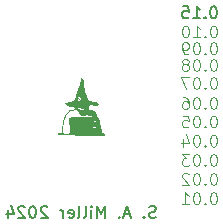
<source format=gbr>
%TF.GenerationSoftware,KiCad,Pcbnew,6.0.11+dfsg-1~bpo11+1*%
%TF.CreationDate,2024-04-13T17:17:30-04:00*%
%TF.ProjectId,Eye Chart,45796520-4368-4617-9274-2e6b69636164,rev?*%
%TF.SameCoordinates,Original*%
%TF.FileFunction,Legend,Bot*%
%TF.FilePolarity,Positive*%
%FSLAX46Y46*%
G04 Gerber Fmt 4.6, Leading zero omitted, Abs format (unit mm)*
G04 Created by KiCad (PCBNEW 6.0.11+dfsg-1~bpo11+1) date 2024-04-13 17:17:30*
%MOMM*%
%LPD*%
G01*
G04 APERTURE LIST*
%ADD10C,0.020000*%
%ADD11C,0.010000*%
%ADD12C,0.030000*%
%ADD13C,0.040000*%
%ADD14C,0.070000*%
%ADD15C,0.090000*%
%ADD16C,0.050000*%
%ADD17C,0.060000*%
%ADD18C,0.080000*%
%ADD19C,0.100000*%
%ADD20C,0.150000*%
G04 APERTURE END LIST*
D10*
X111238095Y-105675180D02*
X111142857Y-105675180D01*
X111047619Y-105722800D01*
X111000000Y-105770419D01*
X110952380Y-105865657D01*
X110904761Y-106056133D01*
X110904761Y-106294228D01*
X110952380Y-106484704D01*
X111000000Y-106579942D01*
X111047619Y-106627561D01*
X111142857Y-106675180D01*
X111238095Y-106675180D01*
X111333333Y-106627561D01*
X111380952Y-106579942D01*
X111428571Y-106484704D01*
X111476190Y-106294228D01*
X111476190Y-106056133D01*
X111428571Y-105865657D01*
X111380952Y-105770419D01*
X111333333Y-105722800D01*
X111238095Y-105675180D01*
X110476190Y-106579942D02*
X110428571Y-106627561D01*
X110476190Y-106675180D01*
X110523809Y-106627561D01*
X110476190Y-106579942D01*
X110476190Y-106675180D01*
X109809523Y-105675180D02*
X109714285Y-105675180D01*
X109619047Y-105722800D01*
X109571428Y-105770419D01*
X109523809Y-105865657D01*
X109476190Y-106056133D01*
X109476190Y-106294228D01*
X109523809Y-106484704D01*
X109571428Y-106579942D01*
X109619047Y-106627561D01*
X109714285Y-106675180D01*
X109809523Y-106675180D01*
X109904761Y-106627561D01*
X109952380Y-106579942D01*
X110000000Y-106484704D01*
X110047619Y-106294228D01*
X110047619Y-106056133D01*
X110000000Y-105865657D01*
X109952380Y-105770419D01*
X109904761Y-105722800D01*
X109809523Y-105675180D01*
X109095238Y-105770419D02*
X109047619Y-105722800D01*
X108952380Y-105675180D01*
X108714285Y-105675180D01*
X108619047Y-105722800D01*
X108571428Y-105770419D01*
X108523809Y-105865657D01*
X108523809Y-105960895D01*
X108571428Y-106103752D01*
X109142857Y-106675180D01*
X108523809Y-106675180D01*
D11*
X111238095Y-107300780D02*
X111142857Y-107300780D01*
X111047619Y-107348400D01*
X111000000Y-107396019D01*
X110952380Y-107491257D01*
X110904761Y-107681733D01*
X110904761Y-107919828D01*
X110952380Y-108110304D01*
X111000000Y-108205542D01*
X111047619Y-108253161D01*
X111142857Y-108300780D01*
X111238095Y-108300780D01*
X111333333Y-108253161D01*
X111380952Y-108205542D01*
X111428571Y-108110304D01*
X111476190Y-107919828D01*
X111476190Y-107681733D01*
X111428571Y-107491257D01*
X111380952Y-107396019D01*
X111333333Y-107348400D01*
X111238095Y-107300780D01*
X110476190Y-108205542D02*
X110428571Y-108253161D01*
X110476190Y-108300780D01*
X110523809Y-108253161D01*
X110476190Y-108205542D01*
X110476190Y-108300780D01*
X109809523Y-107300780D02*
X109714285Y-107300780D01*
X109619047Y-107348400D01*
X109571428Y-107396019D01*
X109523809Y-107491257D01*
X109476190Y-107681733D01*
X109476190Y-107919828D01*
X109523809Y-108110304D01*
X109571428Y-108205542D01*
X109619047Y-108253161D01*
X109714285Y-108300780D01*
X109809523Y-108300780D01*
X109904761Y-108253161D01*
X109952380Y-108205542D01*
X110000000Y-108110304D01*
X110047619Y-107919828D01*
X110047619Y-107681733D01*
X110000000Y-107491257D01*
X109952380Y-107396019D01*
X109904761Y-107348400D01*
X109809523Y-107300780D01*
X108523809Y-108300780D02*
X109095238Y-108300780D01*
X108809523Y-108300780D02*
X108809523Y-107300780D01*
X108904761Y-107443638D01*
X109000000Y-107538876D01*
X109095238Y-107586495D01*
D12*
X111238095Y-104049580D02*
X111142857Y-104049580D01*
X111047619Y-104097200D01*
X111000000Y-104144819D01*
X110952380Y-104240057D01*
X110904761Y-104430533D01*
X110904761Y-104668628D01*
X110952380Y-104859104D01*
X111000000Y-104954342D01*
X111047619Y-105001961D01*
X111142857Y-105049580D01*
X111238095Y-105049580D01*
X111333333Y-105001961D01*
X111380952Y-104954342D01*
X111428571Y-104859104D01*
X111476190Y-104668628D01*
X111476190Y-104430533D01*
X111428571Y-104240057D01*
X111380952Y-104144819D01*
X111333333Y-104097200D01*
X111238095Y-104049580D01*
X110476190Y-104954342D02*
X110428571Y-105001961D01*
X110476190Y-105049580D01*
X110523809Y-105001961D01*
X110476190Y-104954342D01*
X110476190Y-105049580D01*
X109809523Y-104049580D02*
X109714285Y-104049580D01*
X109619047Y-104097200D01*
X109571428Y-104144819D01*
X109523809Y-104240057D01*
X109476190Y-104430533D01*
X109476190Y-104668628D01*
X109523809Y-104859104D01*
X109571428Y-104954342D01*
X109619047Y-105001961D01*
X109714285Y-105049580D01*
X109809523Y-105049580D01*
X109904761Y-105001961D01*
X109952380Y-104954342D01*
X110000000Y-104859104D01*
X110047619Y-104668628D01*
X110047619Y-104430533D01*
X110000000Y-104240057D01*
X109952380Y-104144819D01*
X109904761Y-104097200D01*
X109809523Y-104049580D01*
X109142857Y-104049580D02*
X108523809Y-104049580D01*
X108857142Y-104430533D01*
X108714285Y-104430533D01*
X108619047Y-104478152D01*
X108571428Y-104525771D01*
X108523809Y-104621009D01*
X108523809Y-104859104D01*
X108571428Y-104954342D01*
X108619047Y-105001961D01*
X108714285Y-105049580D01*
X109000000Y-105049580D01*
X109095238Y-105001961D01*
X109142857Y-104954342D01*
D13*
X111238095Y-102423980D02*
X111142857Y-102423980D01*
X111047619Y-102471600D01*
X111000000Y-102519219D01*
X110952380Y-102614457D01*
X110904761Y-102804933D01*
X110904761Y-103043028D01*
X110952380Y-103233504D01*
X111000000Y-103328742D01*
X111047619Y-103376361D01*
X111142857Y-103423980D01*
X111238095Y-103423980D01*
X111333333Y-103376361D01*
X111380952Y-103328742D01*
X111428571Y-103233504D01*
X111476190Y-103043028D01*
X111476190Y-102804933D01*
X111428571Y-102614457D01*
X111380952Y-102519219D01*
X111333333Y-102471600D01*
X111238095Y-102423980D01*
X110476190Y-103328742D02*
X110428571Y-103376361D01*
X110476190Y-103423980D01*
X110523809Y-103376361D01*
X110476190Y-103328742D01*
X110476190Y-103423980D01*
X109809523Y-102423980D02*
X109714285Y-102423980D01*
X109619047Y-102471600D01*
X109571428Y-102519219D01*
X109523809Y-102614457D01*
X109476190Y-102804933D01*
X109476190Y-103043028D01*
X109523809Y-103233504D01*
X109571428Y-103328742D01*
X109619047Y-103376361D01*
X109714285Y-103423980D01*
X109809523Y-103423980D01*
X109904761Y-103376361D01*
X109952380Y-103328742D01*
X110000000Y-103233504D01*
X110047619Y-103043028D01*
X110047619Y-102804933D01*
X110000000Y-102614457D01*
X109952380Y-102519219D01*
X109904761Y-102471600D01*
X109809523Y-102423980D01*
X108619047Y-102757314D02*
X108619047Y-103423980D01*
X108857142Y-102376361D02*
X109095238Y-103090647D01*
X108476190Y-103090647D01*
D14*
X111238095Y-97547180D02*
X111142857Y-97547180D01*
X111047619Y-97594800D01*
X111000000Y-97642419D01*
X110952380Y-97737657D01*
X110904761Y-97928133D01*
X110904761Y-98166228D01*
X110952380Y-98356704D01*
X111000000Y-98451942D01*
X111047619Y-98499561D01*
X111142857Y-98547180D01*
X111238095Y-98547180D01*
X111333333Y-98499561D01*
X111380952Y-98451942D01*
X111428571Y-98356704D01*
X111476190Y-98166228D01*
X111476190Y-97928133D01*
X111428571Y-97737657D01*
X111380952Y-97642419D01*
X111333333Y-97594800D01*
X111238095Y-97547180D01*
X110476190Y-98451942D02*
X110428571Y-98499561D01*
X110476190Y-98547180D01*
X110523809Y-98499561D01*
X110476190Y-98451942D01*
X110476190Y-98547180D01*
X109809523Y-97547180D02*
X109714285Y-97547180D01*
X109619047Y-97594800D01*
X109571428Y-97642419D01*
X109523809Y-97737657D01*
X109476190Y-97928133D01*
X109476190Y-98166228D01*
X109523809Y-98356704D01*
X109571428Y-98451942D01*
X109619047Y-98499561D01*
X109714285Y-98547180D01*
X109809523Y-98547180D01*
X109904761Y-98499561D01*
X109952380Y-98451942D01*
X110000000Y-98356704D01*
X110047619Y-98166228D01*
X110047619Y-97928133D01*
X110000000Y-97737657D01*
X109952380Y-97642419D01*
X109904761Y-97594800D01*
X109809523Y-97547180D01*
X109142857Y-97547180D02*
X108476190Y-97547180D01*
X108904761Y-98547180D01*
D15*
X111238095Y-94600780D02*
X111142857Y-94600780D01*
X111047619Y-94648400D01*
X111000000Y-94696019D01*
X110952380Y-94791257D01*
X110904761Y-94981733D01*
X110904761Y-95219828D01*
X110952380Y-95410304D01*
X111000000Y-95505542D01*
X111047619Y-95553161D01*
X111142857Y-95600780D01*
X111238095Y-95600780D01*
X111333333Y-95553161D01*
X111380952Y-95505542D01*
X111428571Y-95410304D01*
X111476190Y-95219828D01*
X111476190Y-94981733D01*
X111428571Y-94791257D01*
X111380952Y-94696019D01*
X111333333Y-94648400D01*
X111238095Y-94600780D01*
X110476190Y-95505542D02*
X110428571Y-95553161D01*
X110476190Y-95600780D01*
X110523809Y-95553161D01*
X110476190Y-95505542D01*
X110476190Y-95600780D01*
X109809523Y-94600780D02*
X109714285Y-94600780D01*
X109619047Y-94648400D01*
X109571428Y-94696019D01*
X109523809Y-94791257D01*
X109476190Y-94981733D01*
X109476190Y-95219828D01*
X109523809Y-95410304D01*
X109571428Y-95505542D01*
X109619047Y-95553161D01*
X109714285Y-95600780D01*
X109809523Y-95600780D01*
X109904761Y-95553161D01*
X109952380Y-95505542D01*
X110000000Y-95410304D01*
X110047619Y-95219828D01*
X110047619Y-94981733D01*
X110000000Y-94791257D01*
X109952380Y-94696019D01*
X109904761Y-94648400D01*
X109809523Y-94600780D01*
X109000000Y-95600780D02*
X108809523Y-95600780D01*
X108714285Y-95553161D01*
X108666666Y-95505542D01*
X108571428Y-95362685D01*
X108523809Y-95172209D01*
X108523809Y-94791257D01*
X108571428Y-94696019D01*
X108619047Y-94648400D01*
X108714285Y-94600780D01*
X108904761Y-94600780D01*
X109000000Y-94648400D01*
X109047619Y-94696019D01*
X109095238Y-94791257D01*
X109095238Y-95029352D01*
X109047619Y-95124590D01*
X109000000Y-95172209D01*
X108904761Y-95219828D01*
X108714285Y-95219828D01*
X108619047Y-95172209D01*
X108571428Y-95124590D01*
X108523809Y-95029352D01*
D16*
X111238095Y-100798380D02*
X111142857Y-100798380D01*
X111047619Y-100846000D01*
X111000000Y-100893619D01*
X110952380Y-100988857D01*
X110904761Y-101179333D01*
X110904761Y-101417428D01*
X110952380Y-101607904D01*
X111000000Y-101703142D01*
X111047619Y-101750761D01*
X111142857Y-101798380D01*
X111238095Y-101798380D01*
X111333333Y-101750761D01*
X111380952Y-101703142D01*
X111428571Y-101607904D01*
X111476190Y-101417428D01*
X111476190Y-101179333D01*
X111428571Y-100988857D01*
X111380952Y-100893619D01*
X111333333Y-100846000D01*
X111238095Y-100798380D01*
X110476190Y-101703142D02*
X110428571Y-101750761D01*
X110476190Y-101798380D01*
X110523809Y-101750761D01*
X110476190Y-101703142D01*
X110476190Y-101798380D01*
X109809523Y-100798380D02*
X109714285Y-100798380D01*
X109619047Y-100846000D01*
X109571428Y-100893619D01*
X109523809Y-100988857D01*
X109476190Y-101179333D01*
X109476190Y-101417428D01*
X109523809Y-101607904D01*
X109571428Y-101703142D01*
X109619047Y-101750761D01*
X109714285Y-101798380D01*
X109809523Y-101798380D01*
X109904761Y-101750761D01*
X109952380Y-101703142D01*
X110000000Y-101607904D01*
X110047619Y-101417428D01*
X110047619Y-101179333D01*
X110000000Y-100988857D01*
X109952380Y-100893619D01*
X109904761Y-100846000D01*
X109809523Y-100798380D01*
X108571428Y-100798380D02*
X109047619Y-100798380D01*
X109095238Y-101274571D01*
X109047619Y-101226952D01*
X108952380Y-101179333D01*
X108714285Y-101179333D01*
X108619047Y-101226952D01*
X108571428Y-101274571D01*
X108523809Y-101369809D01*
X108523809Y-101607904D01*
X108571428Y-101703142D01*
X108619047Y-101750761D01*
X108714285Y-101798380D01*
X108952380Y-101798380D01*
X109047619Y-101750761D01*
X109095238Y-101703142D01*
D17*
X111238095Y-99223580D02*
X111142857Y-99223580D01*
X111047619Y-99271200D01*
X111000000Y-99318819D01*
X110952380Y-99414057D01*
X110904761Y-99604533D01*
X110904761Y-99842628D01*
X110952380Y-100033104D01*
X111000000Y-100128342D01*
X111047619Y-100175961D01*
X111142857Y-100223580D01*
X111238095Y-100223580D01*
X111333333Y-100175961D01*
X111380952Y-100128342D01*
X111428571Y-100033104D01*
X111476190Y-99842628D01*
X111476190Y-99604533D01*
X111428571Y-99414057D01*
X111380952Y-99318819D01*
X111333333Y-99271200D01*
X111238095Y-99223580D01*
X110476190Y-100128342D02*
X110428571Y-100175961D01*
X110476190Y-100223580D01*
X110523809Y-100175961D01*
X110476190Y-100128342D01*
X110476190Y-100223580D01*
X109809523Y-99223580D02*
X109714285Y-99223580D01*
X109619047Y-99271200D01*
X109571428Y-99318819D01*
X109523809Y-99414057D01*
X109476190Y-99604533D01*
X109476190Y-99842628D01*
X109523809Y-100033104D01*
X109571428Y-100128342D01*
X109619047Y-100175961D01*
X109714285Y-100223580D01*
X109809523Y-100223580D01*
X109904761Y-100175961D01*
X109952380Y-100128342D01*
X110000000Y-100033104D01*
X110047619Y-99842628D01*
X110047619Y-99604533D01*
X110000000Y-99414057D01*
X109952380Y-99318819D01*
X109904761Y-99271200D01*
X109809523Y-99223580D01*
X108619047Y-99223580D02*
X108809523Y-99223580D01*
X108904761Y-99271200D01*
X108952380Y-99318819D01*
X109047619Y-99461676D01*
X109095238Y-99652152D01*
X109095238Y-100033104D01*
X109047619Y-100128342D01*
X109000000Y-100175961D01*
X108904761Y-100223580D01*
X108714285Y-100223580D01*
X108619047Y-100175961D01*
X108571428Y-100128342D01*
X108523809Y-100033104D01*
X108523809Y-99795009D01*
X108571428Y-99699771D01*
X108619047Y-99652152D01*
X108714285Y-99604533D01*
X108904761Y-99604533D01*
X109000000Y-99652152D01*
X109047619Y-99699771D01*
X109095238Y-99795009D01*
D18*
X111238095Y-96023180D02*
X111142857Y-96023180D01*
X111047619Y-96070800D01*
X111000000Y-96118419D01*
X110952380Y-96213657D01*
X110904761Y-96404133D01*
X110904761Y-96642228D01*
X110952380Y-96832704D01*
X111000000Y-96927942D01*
X111047619Y-96975561D01*
X111142857Y-97023180D01*
X111238095Y-97023180D01*
X111333333Y-96975561D01*
X111380952Y-96927942D01*
X111428571Y-96832704D01*
X111476190Y-96642228D01*
X111476190Y-96404133D01*
X111428571Y-96213657D01*
X111380952Y-96118419D01*
X111333333Y-96070800D01*
X111238095Y-96023180D01*
X110476190Y-96927942D02*
X110428571Y-96975561D01*
X110476190Y-97023180D01*
X110523809Y-96975561D01*
X110476190Y-96927942D01*
X110476190Y-97023180D01*
X109809523Y-96023180D02*
X109714285Y-96023180D01*
X109619047Y-96070800D01*
X109571428Y-96118419D01*
X109523809Y-96213657D01*
X109476190Y-96404133D01*
X109476190Y-96642228D01*
X109523809Y-96832704D01*
X109571428Y-96927942D01*
X109619047Y-96975561D01*
X109714285Y-97023180D01*
X109809523Y-97023180D01*
X109904761Y-96975561D01*
X109952380Y-96927942D01*
X110000000Y-96832704D01*
X110047619Y-96642228D01*
X110047619Y-96404133D01*
X110000000Y-96213657D01*
X109952380Y-96118419D01*
X109904761Y-96070800D01*
X109809523Y-96023180D01*
X108904761Y-96451752D02*
X109000000Y-96404133D01*
X109047619Y-96356514D01*
X109095238Y-96261276D01*
X109095238Y-96213657D01*
X109047619Y-96118419D01*
X109000000Y-96070800D01*
X108904761Y-96023180D01*
X108714285Y-96023180D01*
X108619047Y-96070800D01*
X108571428Y-96118419D01*
X108523809Y-96213657D01*
X108523809Y-96261276D01*
X108571428Y-96356514D01*
X108619047Y-96404133D01*
X108714285Y-96451752D01*
X108904761Y-96451752D01*
X109000000Y-96499371D01*
X109047619Y-96546990D01*
X109095238Y-96642228D01*
X109095238Y-96832704D01*
X109047619Y-96927942D01*
X109000000Y-96975561D01*
X108904761Y-97023180D01*
X108714285Y-97023180D01*
X108619047Y-96975561D01*
X108571428Y-96927942D01*
X108523809Y-96832704D01*
X108523809Y-96642228D01*
X108571428Y-96546990D01*
X108619047Y-96499371D01*
X108714285Y-96451752D01*
D19*
X111238095Y-93178380D02*
X111142857Y-93178380D01*
X111047619Y-93226000D01*
X111000000Y-93273619D01*
X110952380Y-93368857D01*
X110904761Y-93559333D01*
X110904761Y-93797428D01*
X110952380Y-93987904D01*
X111000000Y-94083142D01*
X111047619Y-94130761D01*
X111142857Y-94178380D01*
X111238095Y-94178380D01*
X111333333Y-94130761D01*
X111380952Y-94083142D01*
X111428571Y-93987904D01*
X111476190Y-93797428D01*
X111476190Y-93559333D01*
X111428571Y-93368857D01*
X111380952Y-93273619D01*
X111333333Y-93226000D01*
X111238095Y-93178380D01*
X110476190Y-94083142D02*
X110428571Y-94130761D01*
X110476190Y-94178380D01*
X110523809Y-94130761D01*
X110476190Y-94083142D01*
X110476190Y-94178380D01*
X109476190Y-94178380D02*
X110047619Y-94178380D01*
X109761904Y-94178380D02*
X109761904Y-93178380D01*
X109857142Y-93321238D01*
X109952380Y-93416476D01*
X110047619Y-93464095D01*
X108857142Y-93178380D02*
X108761904Y-93178380D01*
X108666666Y-93226000D01*
X108619047Y-93273619D01*
X108571428Y-93368857D01*
X108523809Y-93559333D01*
X108523809Y-93797428D01*
X108571428Y-93987904D01*
X108619047Y-94083142D01*
X108666666Y-94130761D01*
X108761904Y-94178380D01*
X108857142Y-94178380D01*
X108952380Y-94130761D01*
X109000000Y-94083142D01*
X109047619Y-93987904D01*
X109095238Y-93797428D01*
X109095238Y-93559333D01*
X109047619Y-93368857D01*
X109000000Y-93273619D01*
X108952380Y-93226000D01*
X108857142Y-93178380D01*
D20*
X111238095Y-91552780D02*
X111142857Y-91552780D01*
X111047619Y-91600400D01*
X111000000Y-91648019D01*
X110952380Y-91743257D01*
X110904761Y-91933733D01*
X110904761Y-92171828D01*
X110952380Y-92362304D01*
X111000000Y-92457542D01*
X111047619Y-92505161D01*
X111142857Y-92552780D01*
X111238095Y-92552780D01*
X111333333Y-92505161D01*
X111380952Y-92457542D01*
X111428571Y-92362304D01*
X111476190Y-92171828D01*
X111476190Y-91933733D01*
X111428571Y-91743257D01*
X111380952Y-91648019D01*
X111333333Y-91600400D01*
X111238095Y-91552780D01*
X110476190Y-92457542D02*
X110428571Y-92505161D01*
X110476190Y-92552780D01*
X110523809Y-92505161D01*
X110476190Y-92457542D01*
X110476190Y-92552780D01*
X109476190Y-92552780D02*
X110047619Y-92552780D01*
X109761904Y-92552780D02*
X109761904Y-91552780D01*
X109857142Y-91695638D01*
X109952380Y-91790876D01*
X110047619Y-91838495D01*
X108571428Y-91552780D02*
X109047619Y-91552780D01*
X109095238Y-92028971D01*
X109047619Y-91981352D01*
X108952380Y-91933733D01*
X108714285Y-91933733D01*
X108619047Y-91981352D01*
X108571428Y-92028971D01*
X108523809Y-92124209D01*
X108523809Y-92362304D01*
X108571428Y-92457542D01*
X108619047Y-92505161D01*
X108714285Y-92552780D01*
X108952380Y-92552780D01*
X109047619Y-92505161D01*
X109095238Y-92457542D01*
X106309523Y-109404761D02*
X106166666Y-109452380D01*
X105928571Y-109452380D01*
X105833333Y-109404761D01*
X105785714Y-109357142D01*
X105738095Y-109261904D01*
X105738095Y-109166666D01*
X105785714Y-109071428D01*
X105833333Y-109023809D01*
X105928571Y-108976190D01*
X106119047Y-108928571D01*
X106214285Y-108880952D01*
X106261904Y-108833333D01*
X106309523Y-108738095D01*
X106309523Y-108642857D01*
X106261904Y-108547619D01*
X106214285Y-108500000D01*
X106119047Y-108452380D01*
X105880952Y-108452380D01*
X105738095Y-108500000D01*
X105309523Y-109357142D02*
X105261904Y-109404761D01*
X105309523Y-109452380D01*
X105357142Y-109404761D01*
X105309523Y-109357142D01*
X105309523Y-109452380D01*
X104119047Y-109166666D02*
X103642857Y-109166666D01*
X104214285Y-109452380D02*
X103880952Y-108452380D01*
X103547619Y-109452380D01*
X103214285Y-109357142D02*
X103166666Y-109404761D01*
X103214285Y-109452380D01*
X103261904Y-109404761D01*
X103214285Y-109357142D01*
X103214285Y-109452380D01*
X101976190Y-109452380D02*
X101976190Y-108452380D01*
X101642857Y-109166666D01*
X101309523Y-108452380D01*
X101309523Y-109452380D01*
X100833333Y-109452380D02*
X100833333Y-108785714D01*
X100833333Y-108452380D02*
X100880952Y-108500000D01*
X100833333Y-108547619D01*
X100785714Y-108500000D01*
X100833333Y-108452380D01*
X100833333Y-108547619D01*
X100214285Y-109452380D02*
X100309523Y-109404761D01*
X100357142Y-109309523D01*
X100357142Y-108452380D01*
X99690476Y-109452380D02*
X99785714Y-109404761D01*
X99833333Y-109309523D01*
X99833333Y-108452380D01*
X98928571Y-109404761D02*
X99023809Y-109452380D01*
X99214285Y-109452380D01*
X99309523Y-109404761D01*
X99357142Y-109309523D01*
X99357142Y-108928571D01*
X99309523Y-108833333D01*
X99214285Y-108785714D01*
X99023809Y-108785714D01*
X98928571Y-108833333D01*
X98880952Y-108928571D01*
X98880952Y-109023809D01*
X99357142Y-109119047D01*
X98452380Y-109452380D02*
X98452380Y-108785714D01*
X98452380Y-108976190D02*
X98404761Y-108880952D01*
X98357142Y-108833333D01*
X98261904Y-108785714D01*
X98166666Y-108785714D01*
X97119047Y-108547619D02*
X97071428Y-108500000D01*
X96976190Y-108452380D01*
X96738095Y-108452380D01*
X96642857Y-108500000D01*
X96595238Y-108547619D01*
X96547619Y-108642857D01*
X96547619Y-108738095D01*
X96595238Y-108880952D01*
X97166666Y-109452380D01*
X96547619Y-109452380D01*
X95928571Y-108452380D02*
X95833333Y-108452380D01*
X95738095Y-108500000D01*
X95690476Y-108547619D01*
X95642857Y-108642857D01*
X95595238Y-108833333D01*
X95595238Y-109071428D01*
X95642857Y-109261904D01*
X95690476Y-109357142D01*
X95738095Y-109404761D01*
X95833333Y-109452380D01*
X95928571Y-109452380D01*
X96023809Y-109404761D01*
X96071428Y-109357142D01*
X96119047Y-109261904D01*
X96166666Y-109071428D01*
X96166666Y-108833333D01*
X96119047Y-108642857D01*
X96071428Y-108547619D01*
X96023809Y-108500000D01*
X95928571Y-108452380D01*
X95214285Y-108547619D02*
X95166666Y-108500000D01*
X95071428Y-108452380D01*
X94833333Y-108452380D01*
X94738095Y-108500000D01*
X94690476Y-108547619D01*
X94642857Y-108642857D01*
X94642857Y-108738095D01*
X94690476Y-108880952D01*
X95261904Y-109452380D01*
X94642857Y-109452380D01*
X93785714Y-108785714D02*
X93785714Y-109452380D01*
X94023809Y-108404761D02*
X94261904Y-109119047D01*
X93642857Y-109119047D01*
%TO.C,G\u002A\u002A\u002A*%
G36*
X99040000Y-100900000D02*
G01*
X99020000Y-100920000D01*
X99000000Y-100900000D01*
X99020000Y-100880000D01*
X99040000Y-100900000D01*
G37*
G36*
X99040000Y-100740000D02*
G01*
X99020000Y-100760000D01*
X99000000Y-100740000D01*
X99020000Y-100720000D01*
X99040000Y-100740000D01*
G37*
G36*
X100487500Y-100812675D02*
G01*
X100506015Y-100827073D01*
X100463334Y-100836842D01*
X100422763Y-100834013D01*
X100410834Y-100815833D01*
X100424985Y-100807906D01*
X100487500Y-100812675D01*
G37*
G36*
X99896829Y-99363140D02*
G01*
X99900000Y-99400000D01*
X99891791Y-99411970D01*
X99857640Y-99440000D01*
X99853648Y-99438960D01*
X99840000Y-99400000D01*
X99841628Y-99389036D01*
X99882361Y-99360000D01*
X99896829Y-99363140D01*
G37*
G36*
X98880000Y-101380000D02*
G01*
X98860000Y-101400000D01*
X98840000Y-101380000D01*
X98860000Y-101360000D01*
X98880000Y-101380000D01*
G37*
G36*
X100749083Y-99550436D02*
G01*
X100809477Y-99585068D01*
X100953815Y-99627295D01*
X101160000Y-99663742D01*
X101239178Y-99677233D01*
X101380244Y-99716395D01*
X101456880Y-99769422D01*
X101480001Y-99842407D01*
X101479764Y-99850257D01*
X101469206Y-99870436D01*
X101457225Y-99893333D01*
X101447243Y-99912411D01*
X101350000Y-99949450D01*
X101341370Y-99951255D01*
X101249060Y-99968303D01*
X101200000Y-99973334D01*
X101163482Y-99968764D01*
X101067008Y-99957851D01*
X100935278Y-99943495D01*
X100890647Y-99938740D01*
X100774717Y-99929381D01*
X100712459Y-99936946D01*
X100683652Y-99967875D01*
X100669132Y-100024505D01*
X100668080Y-100028610D01*
X100649605Y-100107226D01*
X100647314Y-100116976D01*
X100620329Y-100205290D01*
X100615434Y-100227692D01*
X100636431Y-100260151D01*
X100708497Y-100286868D01*
X100845891Y-100314764D01*
X100947295Y-100335067D01*
X101078101Y-100379329D01*
X101171257Y-100450239D01*
X101245736Y-100564797D01*
X101320510Y-100740000D01*
X101367836Y-100856336D01*
X101420785Y-100972205D01*
X101426636Y-100982576D01*
X101459036Y-101040000D01*
X101460919Y-101042564D01*
X101497040Y-101119632D01*
X101542457Y-101253176D01*
X101592418Y-101424224D01*
X101605649Y-101474639D01*
X101634446Y-101584365D01*
X101642172Y-101613805D01*
X101662585Y-101700000D01*
X101686965Y-101802947D01*
X101701677Y-101874126D01*
X101722047Y-101972678D01*
X101729652Y-102021123D01*
X101742667Y-102104027D01*
X101744071Y-102178022D01*
X101735343Y-102235104D01*
X101762337Y-102271730D01*
X101849877Y-102287456D01*
X101912242Y-102296891D01*
X101971014Y-102333336D01*
X101993287Y-102416528D01*
X102006573Y-102533057D01*
X100736764Y-102506528D01*
X100697915Y-102505724D01*
X100339402Y-102498880D01*
X99968773Y-102492733D01*
X99604448Y-102487528D01*
X99264845Y-102483508D01*
X98968382Y-102480917D01*
X98733477Y-102480000D01*
X98000000Y-102480000D01*
X98000000Y-102380000D01*
X98000292Y-102361405D01*
X98013619Y-102307564D01*
X98062870Y-102284714D01*
X98170000Y-102279931D01*
X98340000Y-102279863D01*
X98346290Y-102100948D01*
X98411509Y-102100948D01*
X98418505Y-102195289D01*
X98458815Y-102254513D01*
X98542651Y-102313929D01*
X98600073Y-102335017D01*
X98720739Y-102357673D01*
X98837306Y-102358843D01*
X98925238Y-102339345D01*
X98960000Y-102300000D01*
X98968698Y-102270037D01*
X99024664Y-102240000D01*
X99036600Y-102239393D01*
X99072183Y-102211817D01*
X99066795Y-102130000D01*
X99048948Y-102022222D01*
X99036959Y-101928608D01*
X101022538Y-101928608D01*
X101024193Y-101937833D01*
X101100000Y-101959146D01*
X101201536Y-101987186D01*
X101300000Y-102017814D01*
X101314931Y-102022681D01*
X101333239Y-102021123D01*
X101280000Y-101984180D01*
X101189976Y-101944678D01*
X101080000Y-101925511D01*
X101022538Y-101928608D01*
X99036959Y-101928608D01*
X99029306Y-101868854D01*
X99023304Y-101813573D01*
X101022214Y-101813573D01*
X101056715Y-101835664D01*
X101153289Y-101840000D01*
X101174852Y-101840297D01*
X101280147Y-101850271D01*
X101343594Y-101870000D01*
X101349858Y-101874126D01*
X101330156Y-101852611D01*
X101267551Y-101793711D01*
X101257205Y-101784166D01*
X101193338Y-101719203D01*
X101188443Y-101700000D01*
X101320000Y-101700000D01*
X101340000Y-101720000D01*
X101360000Y-101700000D01*
X101340000Y-101680000D01*
X101320000Y-101700000D01*
X101188443Y-101700000D01*
X101184829Y-101685822D01*
X101225957Y-101666538D01*
X101232131Y-101664694D01*
X101242924Y-101653501D01*
X101184315Y-101652826D01*
X101098314Y-101674251D01*
X101035604Y-101750000D01*
X101031967Y-101760098D01*
X101022214Y-101813573D01*
X99023304Y-101813573D01*
X99009830Y-101689482D01*
X99003257Y-101620000D01*
X99960000Y-101620000D01*
X99961342Y-101637180D01*
X99994787Y-101678812D01*
X100053334Y-101653333D01*
X100065161Y-101639685D01*
X100075091Y-101584365D01*
X100020000Y-101560000D01*
X99992019Y-101566969D01*
X99960000Y-101620000D01*
X99003257Y-101620000D01*
X98992064Y-101501681D01*
X98991257Y-101491746D01*
X101042738Y-101491746D01*
X101045834Y-101549375D01*
X101048285Y-101553160D01*
X101096700Y-101560091D01*
X101174995Y-101541802D01*
X101247865Y-101509561D01*
X101280000Y-101474639D01*
X101272247Y-101447134D01*
X101226883Y-101418504D01*
X101180404Y-101439347D01*
X101171722Y-101450759D01*
X101114916Y-101480000D01*
X101109265Y-101478313D01*
X101113410Y-101438973D01*
X101157277Y-101363825D01*
X101172548Y-101341916D01*
X101229997Y-101237365D01*
X101226587Y-101178469D01*
X101162451Y-101160000D01*
X101119813Y-101170072D01*
X101083246Y-101222906D01*
X101058285Y-101337499D01*
X101051590Y-101387005D01*
X101042738Y-101491746D01*
X98991257Y-101491746D01*
X98977554Y-101323023D01*
X98967844Y-101171084D01*
X98964480Y-101063438D01*
X98969007Y-101017660D01*
X99040583Y-100980741D01*
X99182334Y-100947600D01*
X99376753Y-100922203D01*
X99609745Y-100904795D01*
X99867212Y-100895622D01*
X100135060Y-100894928D01*
X100399192Y-100902959D01*
X100645512Y-100919960D01*
X100859924Y-100946176D01*
X101028331Y-100981851D01*
X101052638Y-100982576D01*
X101010000Y-100955124D01*
X100952021Y-100909663D01*
X100919388Y-100843887D01*
X100919330Y-100839308D01*
X100911760Y-100802025D01*
X100881989Y-100838151D01*
X100866739Y-100858939D01*
X100823313Y-100875349D01*
X100746416Y-100843433D01*
X100667967Y-100814848D01*
X100603815Y-100817642D01*
X100580806Y-100822869D01*
X100560000Y-100782360D01*
X100559962Y-100779623D01*
X100531816Y-100728447D01*
X100469567Y-100728441D01*
X100400000Y-100780000D01*
X100395071Y-100785299D01*
X100314686Y-100824514D01*
X100196130Y-100840000D01*
X100118281Y-100835925D01*
X100039390Y-100805342D01*
X99984236Y-100730000D01*
X99930436Y-100648389D01*
X99845706Y-100547585D01*
X99748973Y-100448734D01*
X99655987Y-100366758D01*
X99582498Y-100316579D01*
X99544253Y-100313119D01*
X99500896Y-100335870D01*
X99398699Y-100361135D01*
X99262465Y-100381212D01*
X99187920Y-100390321D01*
X99061067Y-100417876D01*
X98963930Y-100467504D01*
X98881822Y-100552322D01*
X98800053Y-100685448D01*
X98703933Y-100880000D01*
X98675400Y-100946053D01*
X98614520Y-101118708D01*
X98555195Y-101323275D01*
X98501328Y-101541768D01*
X98456823Y-101756201D01*
X98425582Y-101948590D01*
X98411509Y-102100948D01*
X98346290Y-102100948D01*
X98347917Y-102054665D01*
X98365144Y-101856979D01*
X98409552Y-101602605D01*
X98475102Y-101337822D01*
X98556539Y-101077585D01*
X98648606Y-100836850D01*
X98746049Y-100630571D01*
X98843610Y-100473704D01*
X98936035Y-100381203D01*
X98986224Y-100358751D01*
X99106058Y-100325702D01*
X99247948Y-100301613D01*
X99475896Y-100274756D01*
X99430351Y-100167378D01*
X99418375Y-100140113D01*
X99485065Y-100140113D01*
X99513263Y-100209262D01*
X99515148Y-100211118D01*
X99539838Y-100218541D01*
X99530752Y-100156793D01*
X99518056Y-100126568D01*
X99688623Y-100126568D01*
X99711693Y-100171605D01*
X99762246Y-100218541D01*
X99803070Y-100256444D01*
X99839367Y-100284788D01*
X99984535Y-100351853D01*
X100122656Y-100339327D01*
X100253077Y-100247226D01*
X100274864Y-100223277D01*
X100326582Y-100150068D01*
X100333894Y-100107226D01*
X100308609Y-100087834D01*
X100249690Y-100094685D01*
X100192722Y-100180000D01*
X100140901Y-100250640D01*
X100043580Y-100277188D01*
X100021601Y-100276328D01*
X99976705Y-100267338D01*
X100006348Y-100247188D01*
X100025946Y-100228401D01*
X99987837Y-100198275D01*
X99876348Y-100156939D01*
X99852241Y-100149330D01*
X99735069Y-100119691D01*
X99688623Y-100126568D01*
X99518056Y-100126568D01*
X99509099Y-100105245D01*
X99488490Y-100114531D01*
X99485065Y-100140113D01*
X99418375Y-100140113D01*
X99405668Y-100111184D01*
X99360585Y-100037923D01*
X99313138Y-100020000D01*
X99440000Y-100020000D01*
X99460000Y-100040000D01*
X100000000Y-100040000D01*
X100000459Y-100049052D01*
X100017640Y-100080000D01*
X100024056Y-100078159D01*
X100060000Y-100040000D01*
X100066251Y-100024505D01*
X100042361Y-100000000D01*
X100030751Y-100001537D01*
X100015990Y-100020000D01*
X100000000Y-100040000D01*
X99460000Y-100040000D01*
X99480000Y-100020000D01*
X99460000Y-100000000D01*
X99440000Y-100020000D01*
X99313138Y-100020000D01*
X99306533Y-100017505D01*
X99219042Y-100034549D01*
X99183528Y-100041752D01*
X99046033Y-100037495D01*
X98901117Y-99996339D01*
X98770596Y-99928766D01*
X98744166Y-99905364D01*
X100927076Y-99905364D01*
X100960000Y-99920000D01*
X100981176Y-99917113D01*
X100986667Y-99893333D01*
X100980804Y-99888546D01*
X100933334Y-99893333D01*
X100927076Y-99905364D01*
X98744166Y-99905364D01*
X98692932Y-99860000D01*
X100640000Y-99860000D01*
X100660000Y-99880000D01*
X100680000Y-99860000D01*
X100675833Y-99855833D01*
X100770834Y-99855833D01*
X100771023Y-99860000D01*
X100771453Y-99869487D01*
X100823334Y-99876842D01*
X100862652Y-99870436D01*
X100847500Y-99852675D01*
X100824369Y-99846284D01*
X100770834Y-99855833D01*
X100675833Y-99855833D01*
X100660000Y-99840000D01*
X100640000Y-99860000D01*
X98692932Y-99860000D01*
X98676285Y-99845260D01*
X98640000Y-99756303D01*
X98670970Y-99737992D01*
X98761224Y-99711170D01*
X98890000Y-99683053D01*
X98894416Y-99682215D01*
X99124889Y-99633518D01*
X99281853Y-99588268D01*
X99371495Y-99544233D01*
X99376810Y-99535833D01*
X100450834Y-99535833D01*
X100451453Y-99549487D01*
X100503334Y-99556842D01*
X100542652Y-99550436D01*
X100527500Y-99532675D01*
X100504369Y-99526284D01*
X100450834Y-99535833D01*
X99376810Y-99535833D01*
X99400000Y-99499184D01*
X99400922Y-99489286D01*
X99427284Y-99411674D01*
X99450489Y-99366319D01*
X99696015Y-99366319D01*
X99703390Y-99428304D01*
X99756935Y-99504011D01*
X99841701Y-99524090D01*
X99933562Y-99477273D01*
X99951546Y-99456166D01*
X100238651Y-99456166D01*
X100247228Y-99466549D01*
X100320000Y-99470719D01*
X100347140Y-99470333D01*
X100402450Y-99464020D01*
X100390000Y-99452426D01*
X100351450Y-99446206D01*
X100250000Y-99452426D01*
X100238651Y-99456166D01*
X99951546Y-99456166D01*
X99973145Y-99430815D01*
X99997566Y-99345159D01*
X99951000Y-99283600D01*
X99839453Y-99260000D01*
X99755734Y-99265007D01*
X99708713Y-99294341D01*
X99696015Y-99366319D01*
X99450489Y-99366319D01*
X99478666Y-99311244D01*
X99479828Y-99309254D01*
X99527777Y-99200889D01*
X99578025Y-99047124D01*
X99619881Y-98880567D01*
X99625489Y-98854373D01*
X99659297Y-98713235D01*
X99690271Y-98608642D01*
X99712319Y-98561609D01*
X99714314Y-98560089D01*
X99761853Y-98490942D01*
X99815988Y-98365508D01*
X99870584Y-98205405D01*
X99919505Y-98032250D01*
X99956618Y-97867658D01*
X99975785Y-97733248D01*
X99970872Y-97650635D01*
X99973649Y-97619273D01*
X100032619Y-97600000D01*
X100091522Y-97622728D01*
X100146446Y-97710212D01*
X100187511Y-97867762D01*
X100216416Y-98100000D01*
X100227428Y-98201012D01*
X100253280Y-98367326D01*
X100282652Y-98500000D01*
X100286940Y-98515406D01*
X100322716Y-98666587D01*
X100348292Y-98810000D01*
X100352496Y-98837249D01*
X100375512Y-98924728D01*
X100401506Y-98960000D01*
X100429754Y-98980979D01*
X100463762Y-99049620D01*
X100479220Y-99130158D01*
X100487515Y-99157759D01*
X100524390Y-99241301D01*
X100576258Y-99345159D01*
X100580743Y-99354139D01*
X100634098Y-99444659D01*
X100651605Y-99464020D01*
X100708924Y-99527407D01*
X100749083Y-99550436D01*
G37*
G36*
X99786667Y-99333333D02*
G01*
X99792925Y-99345364D01*
X99760000Y-99360000D01*
X99738825Y-99357113D01*
X99733334Y-99333333D01*
X99739197Y-99328546D01*
X99786667Y-99333333D01*
G37*
G36*
X99520000Y-100820000D02*
G01*
X99500000Y-100840000D01*
X99480000Y-100820000D01*
X99500000Y-100800000D01*
X99520000Y-100820000D01*
G37*
%TD*%
M02*

</source>
